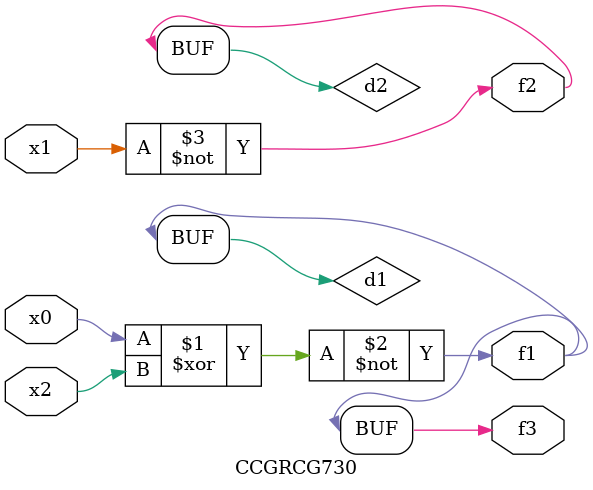
<source format=v>
module CCGRCG730(
	input x0, x1, x2,
	output f1, f2, f3
);

	wire d1, d2, d3;

	xnor (d1, x0, x2);
	nand (d2, x1);
	nor (d3, x1, x2);
	assign f1 = d1;
	assign f2 = d2;
	assign f3 = d1;
endmodule

</source>
